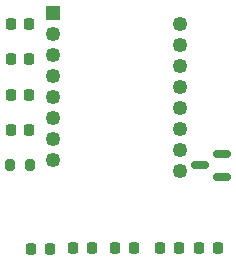
<source format=gbr>
%TF.GenerationSoftware,KiCad,Pcbnew,9.0.4*%
%TF.CreationDate,2025-09-11T01:00:25+02:00*%
%TF.ProjectId,pmw3610_xxs,706d7733-3631-4305-9f78-78732e6b6963,rev?*%
%TF.SameCoordinates,Original*%
%TF.FileFunction,Soldermask,Bot*%
%TF.FilePolarity,Negative*%
%FSLAX46Y46*%
G04 Gerber Fmt 4.6, Leading zero omitted, Abs format (unit mm)*
G04 Created by KiCad (PCBNEW 9.0.4) date 2025-09-11 01:00:25*
%MOMM*%
%LPD*%
G01*
G04 APERTURE LIST*
G04 Aperture macros list*
%AMRoundRect*
0 Rectangle with rounded corners*
0 $1 Rounding radius*
0 $2 $3 $4 $5 $6 $7 $8 $9 X,Y pos of 4 corners*
0 Add a 4 corners polygon primitive as box body*
4,1,4,$2,$3,$4,$5,$6,$7,$8,$9,$2,$3,0*
0 Add four circle primitives for the rounded corners*
1,1,$1+$1,$2,$3*
1,1,$1+$1,$4,$5*
1,1,$1+$1,$6,$7*
1,1,$1+$1,$8,$9*
0 Add four rect primitives between the rounded corners*
20,1,$1+$1,$2,$3,$4,$5,0*
20,1,$1+$1,$4,$5,$6,$7,0*
20,1,$1+$1,$6,$7,$8,$9,0*
20,1,$1+$1,$8,$9,$2,$3,0*%
G04 Aperture macros list end*
%ADD10RoundRect,0.187500X-0.437500X0.437500X-0.437500X-0.437500X0.437500X-0.437500X0.437500X0.437500X0*%
%ADD11O,1.250000X1.250000*%
%ADD12RoundRect,0.225000X0.225000X0.250000X-0.225000X0.250000X-0.225000X-0.250000X0.225000X-0.250000X0*%
%ADD13RoundRect,0.150000X0.587500X0.150000X-0.587500X0.150000X-0.587500X-0.150000X0.587500X-0.150000X0*%
%ADD14RoundRect,0.200000X0.200000X0.275000X-0.200000X0.275000X-0.200000X-0.275000X0.200000X-0.275000X0*%
G04 APERTURE END LIST*
D10*
%TO.C,U2*%
X130650000Y-81100000D03*
D11*
X130650000Y-82880000D03*
X130650000Y-84660000D03*
X130650000Y-86440000D03*
X130650000Y-88220000D03*
X130650000Y-90000000D03*
X130650000Y-91780000D03*
X130650000Y-93560000D03*
X141350000Y-94450000D03*
X141350000Y-92670000D03*
X141350000Y-90890000D03*
X141350000Y-89110000D03*
X141350000Y-87330000D03*
X141350000Y-85550000D03*
X141350000Y-83770000D03*
X141350000Y-81990000D03*
%TD*%
D12*
%TO.C,C2*%
X141237000Y-101000000D03*
X139687000Y-101000000D03*
%TD*%
%TO.C,C7*%
X128600000Y-85000000D03*
X127050000Y-85000000D03*
%TD*%
%TO.C,C5*%
X130315000Y-101092000D03*
X128765000Y-101092000D03*
%TD*%
%TO.C,C1*%
X144552000Y-101000000D03*
X143002000Y-101000000D03*
%TD*%
%TO.C,C9*%
X128600000Y-91000000D03*
X127050000Y-91000000D03*
%TD*%
D13*
%TO.C,U1*%
X144937500Y-93050000D03*
X144937500Y-94950000D03*
X143062500Y-94000000D03*
%TD*%
D12*
%TO.C,C8*%
X128600000Y-88000000D03*
X127050000Y-88000000D03*
%TD*%
%TO.C,C6*%
X128600000Y-82000000D03*
X127050000Y-82000000D03*
%TD*%
%TO.C,C4*%
X133871000Y-101000000D03*
X132321000Y-101000000D03*
%TD*%
%TO.C,C3*%
X137440000Y-101000000D03*
X135890000Y-101000000D03*
%TD*%
D14*
%TO.C,R1*%
X128650000Y-94000000D03*
X127000000Y-94000000D03*
%TD*%
M02*

</source>
